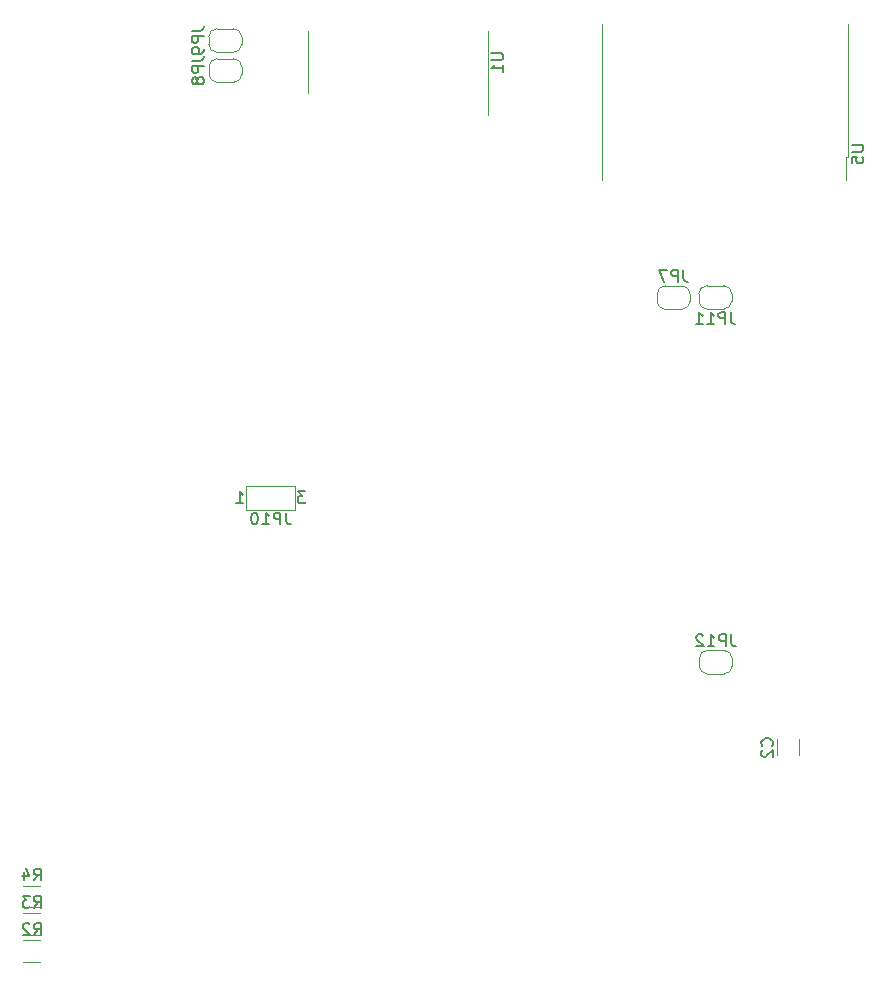
<source format=gbr>
%TF.GenerationSoftware,KiCad,Pcbnew,7.0.7-7.0.7~ubuntu20.04.1*%
%TF.CreationDate,2023-08-26T19:10:28+02:00*%
%TF.ProjectId,MOS_MultiParallel_2,4d4f535f-4d75-46c7-9469-506172616c6c,rev?*%
%TF.SameCoordinates,Original*%
%TF.FileFunction,Legend,Bot*%
%TF.FilePolarity,Positive*%
%FSLAX46Y46*%
G04 Gerber Fmt 4.6, Leading zero omitted, Abs format (unit mm)*
G04 Created by KiCad (PCBNEW 7.0.7-7.0.7~ubuntu20.04.1) date 2023-08-26 19:10:28*
%MOMM*%
%LPD*%
G01*
G04 APERTURE LIST*
%ADD10C,0.150000*%
%ADD11C,0.120000*%
G04 APERTURE END LIST*
D10*
X187176580Y-122032733D02*
X187224200Y-121985114D01*
X187224200Y-121985114D02*
X187271819Y-121842257D01*
X187271819Y-121842257D02*
X187271819Y-121747019D01*
X187271819Y-121747019D02*
X187224200Y-121604162D01*
X187224200Y-121604162D02*
X187128961Y-121508924D01*
X187128961Y-121508924D02*
X187033723Y-121461305D01*
X187033723Y-121461305D02*
X186843247Y-121413686D01*
X186843247Y-121413686D02*
X186700390Y-121413686D01*
X186700390Y-121413686D02*
X186509914Y-121461305D01*
X186509914Y-121461305D02*
X186414676Y-121508924D01*
X186414676Y-121508924D02*
X186319438Y-121604162D01*
X186319438Y-121604162D02*
X186271819Y-121747019D01*
X186271819Y-121747019D02*
X186271819Y-121842257D01*
X186271819Y-121842257D02*
X186319438Y-121985114D01*
X186319438Y-121985114D02*
X186367057Y-122032733D01*
X186367057Y-122413686D02*
X186319438Y-122461305D01*
X186319438Y-122461305D02*
X186271819Y-122556543D01*
X186271819Y-122556543D02*
X186271819Y-122794638D01*
X186271819Y-122794638D02*
X186319438Y-122889876D01*
X186319438Y-122889876D02*
X186367057Y-122937495D01*
X186367057Y-122937495D02*
X186462295Y-122985114D01*
X186462295Y-122985114D02*
X186557533Y-122985114D01*
X186557533Y-122985114D02*
X186700390Y-122937495D01*
X186700390Y-122937495D02*
X187271819Y-122366067D01*
X187271819Y-122366067D02*
X187271819Y-122985114D01*
X183721923Y-112615219D02*
X183721923Y-113329504D01*
X183721923Y-113329504D02*
X183769542Y-113472361D01*
X183769542Y-113472361D02*
X183864780Y-113567600D01*
X183864780Y-113567600D02*
X184007637Y-113615219D01*
X184007637Y-113615219D02*
X184102875Y-113615219D01*
X183245732Y-113615219D02*
X183245732Y-112615219D01*
X183245732Y-112615219D02*
X182864780Y-112615219D01*
X182864780Y-112615219D02*
X182769542Y-112662838D01*
X182769542Y-112662838D02*
X182721923Y-112710457D01*
X182721923Y-112710457D02*
X182674304Y-112805695D01*
X182674304Y-112805695D02*
X182674304Y-112948552D01*
X182674304Y-112948552D02*
X182721923Y-113043790D01*
X182721923Y-113043790D02*
X182769542Y-113091409D01*
X182769542Y-113091409D02*
X182864780Y-113139028D01*
X182864780Y-113139028D02*
X183245732Y-113139028D01*
X181721923Y-113615219D02*
X182293351Y-113615219D01*
X182007637Y-113615219D02*
X182007637Y-112615219D01*
X182007637Y-112615219D02*
X182102875Y-112758076D01*
X182102875Y-112758076D02*
X182198113Y-112853314D01*
X182198113Y-112853314D02*
X182293351Y-112900933D01*
X181340970Y-112710457D02*
X181293351Y-112662838D01*
X181293351Y-112662838D02*
X181198113Y-112615219D01*
X181198113Y-112615219D02*
X180960018Y-112615219D01*
X180960018Y-112615219D02*
X180864780Y-112662838D01*
X180864780Y-112662838D02*
X180817161Y-112710457D01*
X180817161Y-112710457D02*
X180769542Y-112805695D01*
X180769542Y-112805695D02*
X180769542Y-112900933D01*
X180769542Y-112900933D02*
X180817161Y-113043790D01*
X180817161Y-113043790D02*
X181388589Y-113615219D01*
X181388589Y-113615219D02*
X180769542Y-113615219D01*
X138055819Y-61490066D02*
X138770104Y-61490066D01*
X138770104Y-61490066D02*
X138912961Y-61442447D01*
X138912961Y-61442447D02*
X139008200Y-61347209D01*
X139008200Y-61347209D02*
X139055819Y-61204352D01*
X139055819Y-61204352D02*
X139055819Y-61109114D01*
X139055819Y-61966257D02*
X138055819Y-61966257D01*
X138055819Y-61966257D02*
X138055819Y-62347209D01*
X138055819Y-62347209D02*
X138103438Y-62442447D01*
X138103438Y-62442447D02*
X138151057Y-62490066D01*
X138151057Y-62490066D02*
X138246295Y-62537685D01*
X138246295Y-62537685D02*
X138389152Y-62537685D01*
X138389152Y-62537685D02*
X138484390Y-62490066D01*
X138484390Y-62490066D02*
X138532009Y-62442447D01*
X138532009Y-62442447D02*
X138579628Y-62347209D01*
X138579628Y-62347209D02*
X138579628Y-61966257D01*
X139055819Y-63013876D02*
X139055819Y-63204352D01*
X139055819Y-63204352D02*
X139008200Y-63299590D01*
X139008200Y-63299590D02*
X138960580Y-63347209D01*
X138960580Y-63347209D02*
X138817723Y-63442447D01*
X138817723Y-63442447D02*
X138627247Y-63490066D01*
X138627247Y-63490066D02*
X138246295Y-63490066D01*
X138246295Y-63490066D02*
X138151057Y-63442447D01*
X138151057Y-63442447D02*
X138103438Y-63394828D01*
X138103438Y-63394828D02*
X138055819Y-63299590D01*
X138055819Y-63299590D02*
X138055819Y-63109114D01*
X138055819Y-63109114D02*
X138103438Y-63013876D01*
X138103438Y-63013876D02*
X138151057Y-62966257D01*
X138151057Y-62966257D02*
X138246295Y-62918638D01*
X138246295Y-62918638D02*
X138484390Y-62918638D01*
X138484390Y-62918638D02*
X138579628Y-62966257D01*
X138579628Y-62966257D02*
X138627247Y-63013876D01*
X138627247Y-63013876D02*
X138674866Y-63109114D01*
X138674866Y-63109114D02*
X138674866Y-63299590D01*
X138674866Y-63299590D02*
X138627247Y-63394828D01*
X138627247Y-63394828D02*
X138579628Y-63442447D01*
X138579628Y-63442447D02*
X138484390Y-63490066D01*
X193926619Y-71154166D02*
X194736142Y-71154166D01*
X194736142Y-71154166D02*
X194831380Y-71201785D01*
X194831380Y-71201785D02*
X194879000Y-71249404D01*
X194879000Y-71249404D02*
X194926619Y-71344642D01*
X194926619Y-71344642D02*
X194926619Y-71535118D01*
X194926619Y-71535118D02*
X194879000Y-71630356D01*
X194879000Y-71630356D02*
X194831380Y-71677975D01*
X194831380Y-71677975D02*
X194736142Y-71725594D01*
X194736142Y-71725594D02*
X193926619Y-71725594D01*
X193926619Y-72677975D02*
X193926619Y-72201785D01*
X193926619Y-72201785D02*
X194402809Y-72154166D01*
X194402809Y-72154166D02*
X194355190Y-72201785D01*
X194355190Y-72201785D02*
X194307571Y-72297023D01*
X194307571Y-72297023D02*
X194307571Y-72535118D01*
X194307571Y-72535118D02*
X194355190Y-72630356D01*
X194355190Y-72630356D02*
X194402809Y-72677975D01*
X194402809Y-72677975D02*
X194498047Y-72725594D01*
X194498047Y-72725594D02*
X194736142Y-72725594D01*
X194736142Y-72725594D02*
X194831380Y-72677975D01*
X194831380Y-72677975D02*
X194879000Y-72630356D01*
X194879000Y-72630356D02*
X194926619Y-72535118D01*
X194926619Y-72535118D02*
X194926619Y-72297023D01*
X194926619Y-72297023D02*
X194879000Y-72201785D01*
X194879000Y-72201785D02*
X194831380Y-72154166D01*
X146034123Y-102296019D02*
X146034123Y-103010304D01*
X146034123Y-103010304D02*
X146081742Y-103153161D01*
X146081742Y-103153161D02*
X146176980Y-103248400D01*
X146176980Y-103248400D02*
X146319837Y-103296019D01*
X146319837Y-103296019D02*
X146415075Y-103296019D01*
X145557932Y-103296019D02*
X145557932Y-102296019D01*
X145557932Y-102296019D02*
X145176980Y-102296019D01*
X145176980Y-102296019D02*
X145081742Y-102343638D01*
X145081742Y-102343638D02*
X145034123Y-102391257D01*
X145034123Y-102391257D02*
X144986504Y-102486495D01*
X144986504Y-102486495D02*
X144986504Y-102629352D01*
X144986504Y-102629352D02*
X145034123Y-102724590D01*
X145034123Y-102724590D02*
X145081742Y-102772209D01*
X145081742Y-102772209D02*
X145176980Y-102819828D01*
X145176980Y-102819828D02*
X145557932Y-102819828D01*
X144034123Y-103296019D02*
X144605551Y-103296019D01*
X144319837Y-103296019D02*
X144319837Y-102296019D01*
X144319837Y-102296019D02*
X144415075Y-102438876D01*
X144415075Y-102438876D02*
X144510313Y-102534114D01*
X144510313Y-102534114D02*
X144605551Y-102581733D01*
X143415075Y-102296019D02*
X143319837Y-102296019D01*
X143319837Y-102296019D02*
X143224599Y-102343638D01*
X143224599Y-102343638D02*
X143176980Y-102391257D01*
X143176980Y-102391257D02*
X143129361Y-102486495D01*
X143129361Y-102486495D02*
X143081742Y-102676971D01*
X143081742Y-102676971D02*
X143081742Y-102915066D01*
X143081742Y-102915066D02*
X143129361Y-103105542D01*
X143129361Y-103105542D02*
X143176980Y-103200780D01*
X143176980Y-103200780D02*
X143224599Y-103248400D01*
X143224599Y-103248400D02*
X143319837Y-103296019D01*
X143319837Y-103296019D02*
X143415075Y-103296019D01*
X143415075Y-103296019D02*
X143510313Y-103248400D01*
X143510313Y-103248400D02*
X143557932Y-103200780D01*
X143557932Y-103200780D02*
X143605551Y-103105542D01*
X143605551Y-103105542D02*
X143653170Y-102915066D01*
X143653170Y-102915066D02*
X143653170Y-102676971D01*
X143653170Y-102676971D02*
X143605551Y-102486495D01*
X143605551Y-102486495D02*
X143557932Y-102391257D01*
X143557932Y-102391257D02*
X143510313Y-102343638D01*
X143510313Y-102343638D02*
X143415075Y-102296019D01*
X141838885Y-101496019D02*
X142410313Y-101496019D01*
X142124599Y-101496019D02*
X142124599Y-100496019D01*
X142124599Y-100496019D02*
X142219837Y-100638876D01*
X142219837Y-100638876D02*
X142315075Y-100734114D01*
X142315075Y-100734114D02*
X142410313Y-100781733D01*
X147657932Y-100496019D02*
X147038885Y-100496019D01*
X147038885Y-100496019D02*
X147372218Y-100876971D01*
X147372218Y-100876971D02*
X147229361Y-100876971D01*
X147229361Y-100876971D02*
X147134123Y-100924590D01*
X147134123Y-100924590D02*
X147086504Y-100972209D01*
X147086504Y-100972209D02*
X147038885Y-101067447D01*
X147038885Y-101067447D02*
X147038885Y-101305542D01*
X147038885Y-101305542D02*
X147086504Y-101400780D01*
X147086504Y-101400780D02*
X147134123Y-101448400D01*
X147134123Y-101448400D02*
X147229361Y-101496019D01*
X147229361Y-101496019D02*
X147515075Y-101496019D01*
X147515075Y-101496019D02*
X147610313Y-101448400D01*
X147610313Y-101448400D02*
X147657932Y-101400780D01*
X183691923Y-85328819D02*
X183691923Y-86043104D01*
X183691923Y-86043104D02*
X183739542Y-86185961D01*
X183739542Y-86185961D02*
X183834780Y-86281200D01*
X183834780Y-86281200D02*
X183977637Y-86328819D01*
X183977637Y-86328819D02*
X184072875Y-86328819D01*
X183215732Y-86328819D02*
X183215732Y-85328819D01*
X183215732Y-85328819D02*
X182834780Y-85328819D01*
X182834780Y-85328819D02*
X182739542Y-85376438D01*
X182739542Y-85376438D02*
X182691923Y-85424057D01*
X182691923Y-85424057D02*
X182644304Y-85519295D01*
X182644304Y-85519295D02*
X182644304Y-85662152D01*
X182644304Y-85662152D02*
X182691923Y-85757390D01*
X182691923Y-85757390D02*
X182739542Y-85805009D01*
X182739542Y-85805009D02*
X182834780Y-85852628D01*
X182834780Y-85852628D02*
X183215732Y-85852628D01*
X181691923Y-86328819D02*
X182263351Y-86328819D01*
X181977637Y-86328819D02*
X181977637Y-85328819D01*
X181977637Y-85328819D02*
X182072875Y-85471676D01*
X182072875Y-85471676D02*
X182168113Y-85566914D01*
X182168113Y-85566914D02*
X182263351Y-85614533D01*
X180739542Y-86328819D02*
X181310970Y-86328819D01*
X181025256Y-86328819D02*
X181025256Y-85328819D01*
X181025256Y-85328819D02*
X181120494Y-85471676D01*
X181120494Y-85471676D02*
X181215732Y-85566914D01*
X181215732Y-85566914D02*
X181310970Y-85614533D01*
X179674733Y-81743819D02*
X179674733Y-82458104D01*
X179674733Y-82458104D02*
X179722352Y-82600961D01*
X179722352Y-82600961D02*
X179817590Y-82696200D01*
X179817590Y-82696200D02*
X179960447Y-82743819D01*
X179960447Y-82743819D02*
X180055685Y-82743819D01*
X179198542Y-82743819D02*
X179198542Y-81743819D01*
X179198542Y-81743819D02*
X178817590Y-81743819D01*
X178817590Y-81743819D02*
X178722352Y-81791438D01*
X178722352Y-81791438D02*
X178674733Y-81839057D01*
X178674733Y-81839057D02*
X178627114Y-81934295D01*
X178627114Y-81934295D02*
X178627114Y-82077152D01*
X178627114Y-82077152D02*
X178674733Y-82172390D01*
X178674733Y-82172390D02*
X178722352Y-82220009D01*
X178722352Y-82220009D02*
X178817590Y-82267628D01*
X178817590Y-82267628D02*
X179198542Y-82267628D01*
X178293780Y-81743819D02*
X177627114Y-81743819D01*
X177627114Y-81743819D02*
X178055685Y-82743819D01*
X124678066Y-138055419D02*
X125011399Y-137579228D01*
X125249494Y-138055419D02*
X125249494Y-137055419D01*
X125249494Y-137055419D02*
X124868542Y-137055419D01*
X124868542Y-137055419D02*
X124773304Y-137103038D01*
X124773304Y-137103038D02*
X124725685Y-137150657D01*
X124725685Y-137150657D02*
X124678066Y-137245895D01*
X124678066Y-137245895D02*
X124678066Y-137388752D01*
X124678066Y-137388752D02*
X124725685Y-137483990D01*
X124725685Y-137483990D02*
X124773304Y-137531609D01*
X124773304Y-137531609D02*
X124868542Y-137579228D01*
X124868542Y-137579228D02*
X125249494Y-137579228D01*
X124297113Y-137150657D02*
X124249494Y-137103038D01*
X124249494Y-137103038D02*
X124154256Y-137055419D01*
X124154256Y-137055419D02*
X123916161Y-137055419D01*
X123916161Y-137055419D02*
X123820923Y-137103038D01*
X123820923Y-137103038D02*
X123773304Y-137150657D01*
X123773304Y-137150657D02*
X123725685Y-137245895D01*
X123725685Y-137245895D02*
X123725685Y-137341133D01*
X123725685Y-137341133D02*
X123773304Y-137483990D01*
X123773304Y-137483990D02*
X124344732Y-138055419D01*
X124344732Y-138055419D02*
X123725685Y-138055419D01*
X124676866Y-135744019D02*
X125010199Y-135267828D01*
X125248294Y-135744019D02*
X125248294Y-134744019D01*
X125248294Y-134744019D02*
X124867342Y-134744019D01*
X124867342Y-134744019D02*
X124772104Y-134791638D01*
X124772104Y-134791638D02*
X124724485Y-134839257D01*
X124724485Y-134839257D02*
X124676866Y-134934495D01*
X124676866Y-134934495D02*
X124676866Y-135077352D01*
X124676866Y-135077352D02*
X124724485Y-135172590D01*
X124724485Y-135172590D02*
X124772104Y-135220209D01*
X124772104Y-135220209D02*
X124867342Y-135267828D01*
X124867342Y-135267828D02*
X125248294Y-135267828D01*
X124343532Y-134744019D02*
X123724485Y-134744019D01*
X123724485Y-134744019D02*
X124057818Y-135124971D01*
X124057818Y-135124971D02*
X123914961Y-135124971D01*
X123914961Y-135124971D02*
X123819723Y-135172590D01*
X123819723Y-135172590D02*
X123772104Y-135220209D01*
X123772104Y-135220209D02*
X123724485Y-135315447D01*
X123724485Y-135315447D02*
X123724485Y-135553542D01*
X123724485Y-135553542D02*
X123772104Y-135648780D01*
X123772104Y-135648780D02*
X123819723Y-135696400D01*
X123819723Y-135696400D02*
X123914961Y-135744019D01*
X123914961Y-135744019D02*
X124200675Y-135744019D01*
X124200675Y-135744019D02*
X124295913Y-135696400D01*
X124295913Y-135696400D02*
X124343532Y-135648780D01*
X138070819Y-64030066D02*
X138785104Y-64030066D01*
X138785104Y-64030066D02*
X138927961Y-63982447D01*
X138927961Y-63982447D02*
X139023200Y-63887209D01*
X139023200Y-63887209D02*
X139070819Y-63744352D01*
X139070819Y-63744352D02*
X139070819Y-63649114D01*
X139070819Y-64506257D02*
X138070819Y-64506257D01*
X138070819Y-64506257D02*
X138070819Y-64887209D01*
X138070819Y-64887209D02*
X138118438Y-64982447D01*
X138118438Y-64982447D02*
X138166057Y-65030066D01*
X138166057Y-65030066D02*
X138261295Y-65077685D01*
X138261295Y-65077685D02*
X138404152Y-65077685D01*
X138404152Y-65077685D02*
X138499390Y-65030066D01*
X138499390Y-65030066D02*
X138547009Y-64982447D01*
X138547009Y-64982447D02*
X138594628Y-64887209D01*
X138594628Y-64887209D02*
X138594628Y-64506257D01*
X138499390Y-65649114D02*
X138451771Y-65553876D01*
X138451771Y-65553876D02*
X138404152Y-65506257D01*
X138404152Y-65506257D02*
X138308914Y-65458638D01*
X138308914Y-65458638D02*
X138261295Y-65458638D01*
X138261295Y-65458638D02*
X138166057Y-65506257D01*
X138166057Y-65506257D02*
X138118438Y-65553876D01*
X138118438Y-65553876D02*
X138070819Y-65649114D01*
X138070819Y-65649114D02*
X138070819Y-65839590D01*
X138070819Y-65839590D02*
X138118438Y-65934828D01*
X138118438Y-65934828D02*
X138166057Y-65982447D01*
X138166057Y-65982447D02*
X138261295Y-66030066D01*
X138261295Y-66030066D02*
X138308914Y-66030066D01*
X138308914Y-66030066D02*
X138404152Y-65982447D01*
X138404152Y-65982447D02*
X138451771Y-65934828D01*
X138451771Y-65934828D02*
X138499390Y-65839590D01*
X138499390Y-65839590D02*
X138499390Y-65649114D01*
X138499390Y-65649114D02*
X138547009Y-65553876D01*
X138547009Y-65553876D02*
X138594628Y-65506257D01*
X138594628Y-65506257D02*
X138689866Y-65458638D01*
X138689866Y-65458638D02*
X138880342Y-65458638D01*
X138880342Y-65458638D02*
X138975580Y-65506257D01*
X138975580Y-65506257D02*
X139023200Y-65553876D01*
X139023200Y-65553876D02*
X139070819Y-65649114D01*
X139070819Y-65649114D02*
X139070819Y-65839590D01*
X139070819Y-65839590D02*
X139023200Y-65934828D01*
X139023200Y-65934828D02*
X138975580Y-65982447D01*
X138975580Y-65982447D02*
X138880342Y-66030066D01*
X138880342Y-66030066D02*
X138689866Y-66030066D01*
X138689866Y-66030066D02*
X138594628Y-65982447D01*
X138594628Y-65982447D02*
X138547009Y-65934828D01*
X138547009Y-65934828D02*
X138499390Y-65839590D01*
X163429019Y-63381195D02*
X164238542Y-63381195D01*
X164238542Y-63381195D02*
X164333780Y-63428814D01*
X164333780Y-63428814D02*
X164381400Y-63476433D01*
X164381400Y-63476433D02*
X164429019Y-63571671D01*
X164429019Y-63571671D02*
X164429019Y-63762147D01*
X164429019Y-63762147D02*
X164381400Y-63857385D01*
X164381400Y-63857385D02*
X164333780Y-63905004D01*
X164333780Y-63905004D02*
X164238542Y-63952623D01*
X164238542Y-63952623D02*
X163429019Y-63952623D01*
X164429019Y-64952623D02*
X164429019Y-64381195D01*
X164429019Y-64666909D02*
X163429019Y-64666909D01*
X163429019Y-64666909D02*
X163571876Y-64571671D01*
X163571876Y-64571671D02*
X163667114Y-64476433D01*
X163667114Y-64476433D02*
X163714733Y-64381195D01*
X124678066Y-133432619D02*
X125011399Y-132956428D01*
X125249494Y-133432619D02*
X125249494Y-132432619D01*
X125249494Y-132432619D02*
X124868542Y-132432619D01*
X124868542Y-132432619D02*
X124773304Y-132480238D01*
X124773304Y-132480238D02*
X124725685Y-132527857D01*
X124725685Y-132527857D02*
X124678066Y-132623095D01*
X124678066Y-132623095D02*
X124678066Y-132765952D01*
X124678066Y-132765952D02*
X124725685Y-132861190D01*
X124725685Y-132861190D02*
X124773304Y-132908809D01*
X124773304Y-132908809D02*
X124868542Y-132956428D01*
X124868542Y-132956428D02*
X125249494Y-132956428D01*
X123820923Y-132765952D02*
X123820923Y-133432619D01*
X124059018Y-132385000D02*
X124297113Y-133099285D01*
X124297113Y-133099285D02*
X123678066Y-133099285D01*
D11*
%TO.C,C2*%
X187608800Y-122861652D02*
X187608800Y-121439148D01*
X189428800Y-122861652D02*
X189428800Y-121439148D01*
%TO.C,JP12*%
X183812400Y-115260400D02*
X183812400Y-114660400D01*
X183112400Y-113960400D02*
X181712400Y-113960400D01*
X181712400Y-115960400D02*
X183112400Y-115960400D01*
X181012400Y-114660400D02*
X181012400Y-115260400D01*
X183112400Y-115960400D02*
G75*
G03*
X183812400Y-115260400I1J699999D01*
G01*
X183812400Y-114660400D02*
G75*
G03*
X183112400Y-113960400I-699999J1D01*
G01*
X181012400Y-115260400D02*
G75*
G03*
X181712400Y-115960400I700000J0D01*
G01*
X181712400Y-113960400D02*
G75*
G03*
X181012400Y-114660400I0J-700000D01*
G01*
%TO.C,JP9*%
X142287000Y-62623400D02*
X142287000Y-62023400D01*
X141587000Y-61323400D02*
X140187000Y-61323400D01*
X140187000Y-63323400D02*
X141587000Y-63323400D01*
X139487000Y-62023400D02*
X139487000Y-62623400D01*
X141587000Y-63323400D02*
G75*
G03*
X142287000Y-62623400I1J699999D01*
G01*
X142287000Y-62023400D02*
G75*
G03*
X141587000Y-61323400I-699999J1D01*
G01*
X139487000Y-62623400D02*
G75*
G03*
X140187000Y-63323400I700000J0D01*
G01*
X140187000Y-61323400D02*
G75*
G03*
X139487000Y-62023400I0J-700000D01*
G01*
%TO.C,U5*%
X172821800Y-74166071D02*
X172821800Y-60966071D01*
X193421800Y-72166071D02*
X193421800Y-74166071D01*
X193621800Y-72166071D02*
X193421800Y-72166071D01*
X193621800Y-72166071D02*
X193621800Y-60966071D01*
%TO.C,JP10*%
X142674600Y-100041200D02*
X142674600Y-102041200D01*
X142674600Y-102041200D02*
X146774600Y-102041200D01*
X146774600Y-100041200D02*
X142674600Y-100041200D01*
X146774600Y-102041200D02*
X146774600Y-100041200D01*
%TO.C,JP11*%
X180982400Y-83774000D02*
X180982400Y-84374000D01*
X181682400Y-85074000D02*
X183082400Y-85074000D01*
X183082400Y-83074000D02*
X181682400Y-83074000D01*
X183782400Y-84374000D02*
X183782400Y-83774000D01*
X181682400Y-83074000D02*
G75*
G03*
X180982400Y-83774000I-1J-699999D01*
G01*
X180982400Y-84374000D02*
G75*
G03*
X181682400Y-85074000I699999J-1D01*
G01*
X183782400Y-83774000D02*
G75*
G03*
X183082400Y-83074000I-700000J0D01*
G01*
X183082400Y-85074000D02*
G75*
G03*
X183782400Y-84374000I0J700000D01*
G01*
%TO.C,JP7*%
X180241400Y-84389000D02*
X180241400Y-83789000D01*
X179541400Y-83089000D02*
X178141400Y-83089000D01*
X178141400Y-85089000D02*
X179541400Y-85089000D01*
X177441400Y-83789000D02*
X177441400Y-84389000D01*
X179541400Y-85089000D02*
G75*
G03*
X180241400Y-84389000I1J699999D01*
G01*
X180241400Y-83789000D02*
G75*
G03*
X179541400Y-83089000I-699999J1D01*
G01*
X177441400Y-84389000D02*
G75*
G03*
X178141400Y-85089000I700000J0D01*
G01*
X178141400Y-83089000D02*
G75*
G03*
X177441400Y-83789000I0J-700000D01*
G01*
%TO.C,R2*%
X125238464Y-140330600D02*
X123784336Y-140330600D01*
X125238464Y-138510600D02*
X123784336Y-138510600D01*
%TO.C,R3*%
X125237264Y-138019200D02*
X123783136Y-138019200D01*
X125237264Y-136199200D02*
X123783136Y-136199200D01*
%TO.C,JP8*%
X142302000Y-65163400D02*
X142302000Y-64563400D01*
X141602000Y-63863400D02*
X140202000Y-63863400D01*
X140202000Y-65863400D02*
X141602000Y-65863400D01*
X139502000Y-64563400D02*
X139502000Y-65163400D01*
X141602000Y-65863400D02*
G75*
G03*
X142302000Y-65163400I1J699999D01*
G01*
X142302000Y-64563400D02*
G75*
G03*
X141602000Y-63863400I-699999J1D01*
G01*
X139502000Y-65163400D02*
G75*
G03*
X140202000Y-65863400I700000J0D01*
G01*
X140202000Y-63863400D02*
G75*
G03*
X139502000Y-64563400I0J-700000D01*
G01*
%TO.C,U1*%
X147914200Y-64143100D02*
X147914200Y-66793100D01*
X147914200Y-64143100D02*
X147914200Y-61493100D01*
X163134200Y-64143100D02*
X163134200Y-68593100D01*
X163134200Y-64143100D02*
X163134200Y-61493100D01*
%TO.C,R4*%
X125238464Y-135707800D02*
X123784336Y-135707800D01*
X125238464Y-133887800D02*
X123784336Y-133887800D01*
%TD*%
M02*

</source>
